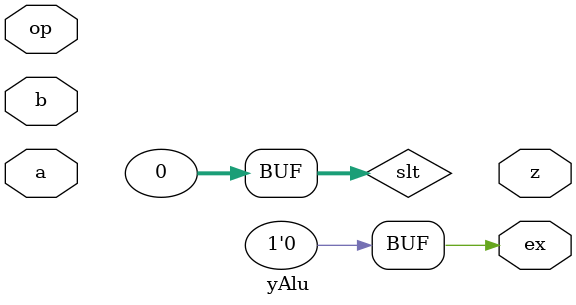
<source format=v>
module yAlu(z,ex,a,b,op);
 // op =000: z=a AND b, op = 001:a|b, op=010: z=a+b, op=110: z=a-b;
 input[31:0] a,b;
 input [2:0] op;
 output[31:0] z;
 output ex;
 

 wire [31:0] zAnd,zOr,zArith,slt;
 
 assign slt =0; // not supported
 assign ex=0; // not supported
 // instantiate compnents and connect them
 // just 4 lines of code
endmodule
 

</source>
